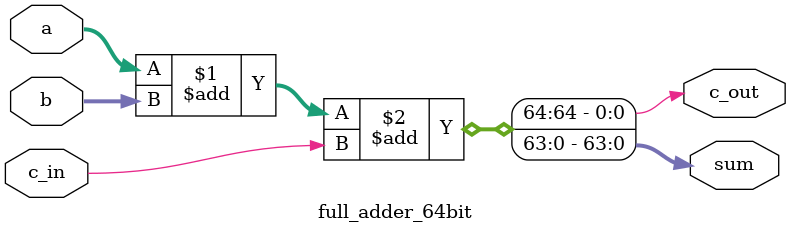
<source format=v>
module full_adder_64bit(	input [63:0] a,
									input [63:0] b, 
									input c_in,
									output c_out,
									output [63:0] sum);
	assign {c_out, sum} = a + b + c_in;
endmodule
</source>
